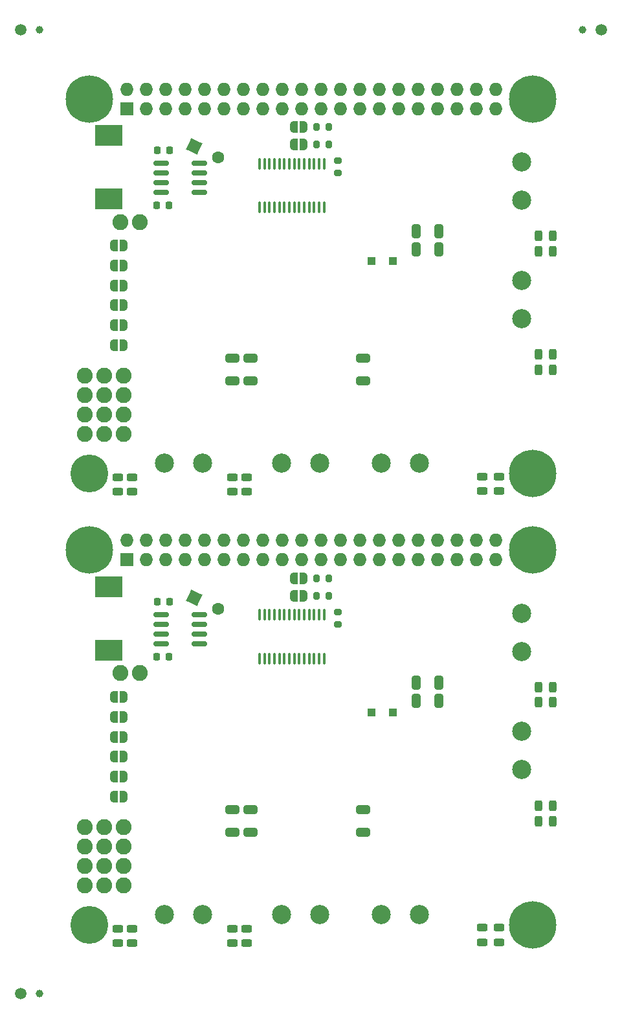
<source format=gbr>
%TF.GenerationSoftware,KiCad,Pcbnew,6.0.11+dfsg-1*%
%TF.CreationDate,2024-04-08T11:49:48+01:00*%
%TF.ProjectId,panel,70616e65-6c2e-46b6-9963-61645f706362,rev?*%
%TF.SameCoordinates,Original*%
%TF.FileFunction,Soldermask,Top*%
%TF.FilePolarity,Negative*%
%FSLAX46Y46*%
G04 Gerber Fmt 4.6, Leading zero omitted, Abs format (unit mm)*
G04 Created by KiCad (PCBNEW 6.0.11+dfsg-1) date 2024-04-08 11:49:48*
%MOMM*%
%LPD*%
G01*
G04 APERTURE LIST*
G04 Aperture macros list*
%AMRoundRect*
0 Rectangle with rounded corners*
0 $1 Rounding radius*
0 $2 $3 $4 $5 $6 $7 $8 $9 X,Y pos of 4 corners*
0 Add a 4 corners polygon primitive as box body*
4,1,4,$2,$3,$4,$5,$6,$7,$8,$9,$2,$3,0*
0 Add four circle primitives for the rounded corners*
1,1,$1+$1,$2,$3*
1,1,$1+$1,$4,$5*
1,1,$1+$1,$6,$7*
1,1,$1+$1,$8,$9*
0 Add four rect primitives between the rounded corners*
20,1,$1+$1,$2,$3,$4,$5,0*
20,1,$1+$1,$4,$5,$6,$7,0*
20,1,$1+$1,$6,$7,$8,$9,0*
20,1,$1+$1,$8,$9,$2,$3,0*%
%AMRotRect*
0 Rectangle, with rotation*
0 The origin of the aperture is its center*
0 $1 length*
0 $2 width*
0 $3 Rotation angle, in degrees counterclockwise*
0 Add horizontal line*
21,1,$1,$2,0,0,$3*%
%AMFreePoly0*
4,1,22,0.500000,-0.750000,0.000000,-0.750000,0.000000,-0.745033,-0.079941,-0.743568,-0.215256,-0.701293,-0.333266,-0.622738,-0.424486,-0.514219,-0.481581,-0.384460,-0.499164,-0.250000,-0.500000,-0.250000,-0.500000,0.250000,-0.499164,0.250000,-0.499963,0.256109,-0.478152,0.396186,-0.417904,0.524511,-0.324060,0.630769,-0.204165,0.706417,-0.067858,0.745374,0.000000,0.744959,0.000000,0.750000,
0.500000,0.750000,0.500000,-0.750000,0.500000,-0.750000,$1*%
%AMFreePoly1*
4,1,20,0.000000,0.744959,0.073905,0.744508,0.209726,0.703889,0.328688,0.626782,0.421226,0.519385,0.479903,0.390333,0.500000,0.250000,0.500000,-0.250000,0.499851,-0.262216,0.476331,-0.402017,0.414519,-0.529596,0.319384,-0.634700,0.198574,-0.708877,0.061801,-0.746166,0.000000,-0.745033,0.000000,-0.750000,-0.500000,-0.750000,-0.500000,0.750000,0.000000,0.750000,0.000000,0.744959,
0.000000,0.744959,$1*%
G04 Aperture macros list end*
%ADD10C,2.500000*%
%ADD11RoundRect,0.243750X0.456250X-0.243750X0.456250X0.243750X-0.456250X0.243750X-0.456250X-0.243750X0*%
%ADD12C,2.082800*%
%ADD13FreePoly0,0.000000*%
%ADD14FreePoly1,0.000000*%
%ADD15C,1.500000*%
%ADD16RoundRect,0.250000X-0.650000X0.325000X-0.650000X-0.325000X0.650000X-0.325000X0.650000X0.325000X0*%
%ADD17RoundRect,0.243750X0.243750X0.456250X-0.243750X0.456250X-0.243750X-0.456250X0.243750X-0.456250X0*%
%ADD18C,6.200000*%
%ADD19R,1.727200X1.727200*%
%ADD20O,1.727200X1.727200*%
%ADD21RoundRect,0.250000X-0.325000X-0.650000X0.325000X-0.650000X0.325000X0.650000X-0.325000X0.650000X0*%
%ADD22C,4.950000*%
%ADD23RoundRect,0.200000X-0.200000X-0.275000X0.200000X-0.275000X0.200000X0.275000X-0.200000X0.275000X0*%
%ADD24C,1.000000*%
%ADD25RoundRect,0.100000X0.100000X-0.637500X0.100000X0.637500X-0.100000X0.637500X-0.100000X-0.637500X0*%
%ADD26RoundRect,0.150000X-0.825000X-0.150000X0.825000X-0.150000X0.825000X0.150000X-0.825000X0.150000X0*%
%ADD27R,1.100000X1.100000*%
%ADD28R,3.600000X2.700000*%
%ADD29RoundRect,0.225000X-0.225000X-0.250000X0.225000X-0.250000X0.225000X0.250000X-0.225000X0.250000X0*%
%ADD30RoundRect,0.200000X0.275000X-0.200000X0.275000X0.200000X-0.275000X0.200000X-0.275000X-0.200000X0*%
%ADD31RotRect,1.600000X1.600000X335.000000*%
%ADD32C,1.600000*%
G04 APERTURE END LIST*
D10*
%TO.C,J7*%
X176050000Y-60200000D03*
X176050000Y-55200000D03*
%TD*%
D11*
%TO.C,D38*%
X173100000Y-141737500D03*
X173100000Y-139862500D03*
%TD*%
D12*
%TO.C,J9*%
X126140000Y-106590000D03*
X123600000Y-106590000D03*
%TD*%
D13*
%TO.C,JP5*%
X122700000Y-61100000D03*
D14*
X124000000Y-61100000D03*
%TD*%
D11*
%TO.C,D29*%
X123200000Y-82837500D03*
X123200000Y-80962500D03*
%TD*%
D15*
%TO.C,REF\u002A\u002A*%
X110500000Y-148500046D03*
%TD*%
D16*
%TO.C,C11*%
X140600000Y-124425000D03*
X140600000Y-127375000D03*
%TD*%
D10*
%TO.C,J5*%
X144625000Y-79150000D03*
X149625000Y-79150000D03*
%TD*%
D17*
%TO.C,D30*%
X180137500Y-66900000D03*
X178262500Y-66900000D03*
%TD*%
D18*
%TO.C,PI2*%
X177500000Y-139500000D03*
%TD*%
%TO.C,PI1*%
X177500000Y-31500000D03*
%TD*%
D19*
%TO.C,J2*%
X124370000Y-32770000D03*
D20*
X124370000Y-30230000D03*
X126910000Y-32770000D03*
X126910000Y-30230000D03*
X129450000Y-32770000D03*
X129450000Y-30230000D03*
X131990000Y-32770000D03*
X131990000Y-30230000D03*
X134530000Y-32770000D03*
X134530000Y-30230000D03*
X137070000Y-32770000D03*
X137070000Y-30230000D03*
X139610000Y-32770000D03*
X139610000Y-30230000D03*
X142150000Y-32770000D03*
X142150000Y-30230000D03*
X144690000Y-32770000D03*
X144690000Y-30230000D03*
X147230000Y-32770000D03*
X147230000Y-30230000D03*
X149770000Y-32770000D03*
X149770000Y-30230000D03*
X152310000Y-32770000D03*
X152310000Y-30230000D03*
X154850000Y-32770000D03*
X154850000Y-30230000D03*
X157390000Y-32770000D03*
X157390000Y-30230000D03*
X159930000Y-32770000D03*
X159930000Y-30230000D03*
X162470000Y-32770000D03*
X162470000Y-30230000D03*
X165010000Y-32770000D03*
X165010000Y-30230000D03*
X167550000Y-32770000D03*
X167550000Y-30230000D03*
X170090000Y-32770000D03*
X170090000Y-30230000D03*
X172630000Y-32770000D03*
X172630000Y-30230000D03*
%TD*%
D13*
%TO.C,JP3*%
X122700000Y-114900000D03*
D14*
X124000000Y-114900000D03*
%TD*%
D16*
%TO.C,C3*%
X138200000Y-65425000D03*
X138200000Y-68375000D03*
%TD*%
D11*
%TO.C,D4*%
X125100000Y-141837500D03*
X125100000Y-139962500D03*
%TD*%
D21*
%TO.C,C15*%
X162225000Y-107800000D03*
X165175000Y-107800000D03*
%TD*%
D19*
%TO.C,J2*%
X124370000Y-91770000D03*
D20*
X124370000Y-89230000D03*
X126910000Y-91770000D03*
X126910000Y-89230000D03*
X129450000Y-91770000D03*
X129450000Y-89230000D03*
X131990000Y-91770000D03*
X131990000Y-89230000D03*
X134530000Y-91770000D03*
X134530000Y-89230000D03*
X137070000Y-91770000D03*
X137070000Y-89230000D03*
X139610000Y-91770000D03*
X139610000Y-89230000D03*
X142150000Y-91770000D03*
X142150000Y-89230000D03*
X144690000Y-91770000D03*
X144690000Y-89230000D03*
X147230000Y-91770000D03*
X147230000Y-89230000D03*
X149770000Y-91770000D03*
X149770000Y-89230000D03*
X152310000Y-91770000D03*
X152310000Y-89230000D03*
X154850000Y-91770000D03*
X154850000Y-89230000D03*
X157390000Y-91770000D03*
X157390000Y-89230000D03*
X159930000Y-91770000D03*
X159930000Y-89230000D03*
X162470000Y-91770000D03*
X162470000Y-89230000D03*
X165010000Y-91770000D03*
X165010000Y-89230000D03*
X167550000Y-91770000D03*
X167550000Y-89230000D03*
X170090000Y-91770000D03*
X170090000Y-89230000D03*
X172630000Y-91770000D03*
X172630000Y-89230000D03*
%TD*%
D17*
%TO.C,D20*%
X180137500Y-49400000D03*
X178262500Y-49400000D03*
%TD*%
D13*
%TO.C,JP4*%
X122700000Y-117500000D03*
D14*
X124000000Y-117500000D03*
%TD*%
D22*
%TO.C,PI4*%
X119500000Y-80500000D03*
%TD*%
D23*
%TO.C,R40*%
X149175000Y-35200000D03*
X150825000Y-35200000D03*
%TD*%
D18*
%TO.C,PI2*%
X177500000Y-80500000D03*
%TD*%
D11*
%TO.C,D1*%
X170900000Y-82737500D03*
X170900000Y-80862500D03*
%TD*%
D24*
%TO.C,REF\u002A\u002A*%
X184000000Y-22500000D03*
%TD*%
D21*
%TO.C,C15*%
X162225000Y-48800000D03*
X165175000Y-48800000D03*
%TD*%
D17*
%TO.C,D20*%
X180137500Y-108400000D03*
X178262500Y-108400000D03*
%TD*%
D13*
%TO.C,JP8*%
X146250000Y-35200000D03*
D14*
X147550000Y-35200000D03*
%TD*%
D10*
%TO.C,J8*%
X176050000Y-44750000D03*
X176050000Y-39750000D03*
%TD*%
D25*
%TO.C,U2*%
X141750000Y-45687500D03*
X142400000Y-45687500D03*
X143050000Y-45687500D03*
X143700000Y-45687500D03*
X144350000Y-45687500D03*
X145000000Y-45687500D03*
X145650000Y-45687500D03*
X146300000Y-45687500D03*
X146950000Y-45687500D03*
X147600000Y-45687500D03*
X148250000Y-45687500D03*
X148900000Y-45687500D03*
X149550000Y-45687500D03*
X150200000Y-45687500D03*
X150200000Y-39962500D03*
X149550000Y-39962500D03*
X148900000Y-39962500D03*
X148250000Y-39962500D03*
X147600000Y-39962500D03*
X146950000Y-39962500D03*
X146300000Y-39962500D03*
X145650000Y-39962500D03*
X145000000Y-39962500D03*
X144350000Y-39962500D03*
X143700000Y-39962500D03*
X143050000Y-39962500D03*
X142400000Y-39962500D03*
X141750000Y-39962500D03*
%TD*%
D18*
%TO.C,PI3*%
X119500000Y-90500000D03*
%TD*%
D12*
%TO.C,J6*%
X124020000Y-134290000D03*
X121480000Y-134290000D03*
X124020000Y-131750000D03*
X121480000Y-131750000D03*
X124020000Y-129210000D03*
X121480000Y-129210000D03*
X124020000Y-126670000D03*
X121480000Y-126670000D03*
%TD*%
D10*
%TO.C,J4*%
X129300000Y-138150000D03*
X134300000Y-138150000D03*
%TD*%
D13*
%TO.C,JP4*%
X122700000Y-58500000D03*
D14*
X124000000Y-58500000D03*
%TD*%
D23*
%TO.C,R40*%
X149175000Y-94200000D03*
X150825000Y-94200000D03*
%TD*%
D11*
%TO.C,D19*%
X140100000Y-82837500D03*
X140100000Y-80962500D03*
%TD*%
D12*
%TO.C,J9*%
X126140000Y-47590000D03*
X123600000Y-47590000D03*
%TD*%
D26*
%TO.C,U1*%
X128925000Y-98895000D03*
X128925000Y-100165000D03*
X128925000Y-101435000D03*
X128925000Y-102705000D03*
X133875000Y-102705000D03*
X133875000Y-101435000D03*
X133875000Y-100165000D03*
X133875000Y-98895000D03*
%TD*%
D25*
%TO.C,U2*%
X141750000Y-104687500D03*
X142400000Y-104687500D03*
X143050000Y-104687500D03*
X143700000Y-104687500D03*
X144350000Y-104687500D03*
X145000000Y-104687500D03*
X145650000Y-104687500D03*
X146300000Y-104687500D03*
X146950000Y-104687500D03*
X147600000Y-104687500D03*
X148250000Y-104687500D03*
X148900000Y-104687500D03*
X149550000Y-104687500D03*
X150200000Y-104687500D03*
X150200000Y-98962500D03*
X149550000Y-98962500D03*
X148900000Y-98962500D03*
X148250000Y-98962500D03*
X147600000Y-98962500D03*
X146950000Y-98962500D03*
X146300000Y-98962500D03*
X145650000Y-98962500D03*
X145000000Y-98962500D03*
X144350000Y-98962500D03*
X143700000Y-98962500D03*
X143050000Y-98962500D03*
X142400000Y-98962500D03*
X141750000Y-98962500D03*
%TD*%
D10*
%TO.C,J7*%
X176050000Y-119200000D03*
X176050000Y-114200000D03*
%TD*%
D17*
%TO.C,D30*%
X180137500Y-125900000D03*
X178262500Y-125900000D03*
%TD*%
%TO.C,D5*%
X180137500Y-123900000D03*
X178262500Y-123900000D03*
%TD*%
D13*
%TO.C,JP6*%
X122700000Y-63700000D03*
D14*
X124000000Y-63700000D03*
%TD*%
D27*
%TO.C,D15*%
X156400000Y-52700000D03*
X159200000Y-52700000D03*
%TD*%
D13*
%TO.C,JP8*%
X146250000Y-94200000D03*
D14*
X147550000Y-94200000D03*
%TD*%
D10*
%TO.C,J3*%
X157700000Y-79150000D03*
X162700000Y-79150000D03*
%TD*%
D13*
%TO.C,JP5*%
X122700000Y-120100000D03*
D14*
X124000000Y-120100000D03*
%TD*%
D16*
%TO.C,C1*%
X155300000Y-124425000D03*
X155300000Y-127375000D03*
%TD*%
D28*
%TO.C,L1*%
X122000000Y-44550000D03*
X122000000Y-36250000D03*
%TD*%
D13*
%TO.C,JP1*%
X122700000Y-50700000D03*
D14*
X124000000Y-50700000D03*
%TD*%
D15*
%TO.C,REF\u002A\u002A*%
X186500000Y-22500000D03*
%TD*%
D24*
%TO.C,REF\u002A\u002A*%
X113000000Y-22500000D03*
%TD*%
D13*
%TO.C,JP7*%
X146250000Y-96500000D03*
D14*
X147550000Y-96500000D03*
%TD*%
D13*
%TO.C,JP7*%
X146250000Y-37500000D03*
D14*
X147550000Y-37500000D03*
%TD*%
D13*
%TO.C,JP2*%
X122700000Y-112300000D03*
D14*
X124000000Y-112300000D03*
%TD*%
D17*
%TO.C,D37*%
X180137500Y-51400000D03*
X178262500Y-51400000D03*
%TD*%
D29*
%TO.C,C9*%
X128325000Y-104400000D03*
X129875000Y-104400000D03*
%TD*%
D11*
%TO.C,D31*%
X138200000Y-141837500D03*
X138200000Y-139962500D03*
%TD*%
D17*
%TO.C,D37*%
X180137500Y-110400000D03*
X178262500Y-110400000D03*
%TD*%
D11*
%TO.C,D31*%
X138200000Y-82837500D03*
X138200000Y-80962500D03*
%TD*%
D21*
%TO.C,C16*%
X162225000Y-51200000D03*
X165175000Y-51200000D03*
%TD*%
D10*
%TO.C,J3*%
X157700000Y-138150000D03*
X162700000Y-138150000D03*
%TD*%
D11*
%TO.C,D38*%
X173100000Y-82737500D03*
X173100000Y-80862500D03*
%TD*%
D16*
%TO.C,C11*%
X140600000Y-65425000D03*
X140600000Y-68375000D03*
%TD*%
D18*
%TO.C,PI3*%
X119500000Y-31500000D03*
%TD*%
D23*
%TO.C,R39*%
X149175000Y-96500000D03*
X150825000Y-96500000D03*
%TD*%
D22*
%TO.C,PI4*%
X119500000Y-139500000D03*
%TD*%
D10*
%TO.C,J4*%
X129300000Y-79150000D03*
X134300000Y-79150000D03*
%TD*%
D17*
%TO.C,D5*%
X180137500Y-64900000D03*
X178262500Y-64900000D03*
%TD*%
D16*
%TO.C,C1*%
X155300000Y-65425000D03*
X155300000Y-68375000D03*
%TD*%
D30*
%TO.C,R28*%
X152000000Y-41225000D03*
X152000000Y-39575000D03*
%TD*%
D11*
%TO.C,D29*%
X123200000Y-141837500D03*
X123200000Y-139962500D03*
%TD*%
D13*
%TO.C,JP1*%
X122700000Y-109700000D03*
D14*
X124000000Y-109700000D03*
%TD*%
D30*
%TO.C,R28*%
X152000000Y-100225000D03*
X152000000Y-98575000D03*
%TD*%
D24*
%TO.C,REF\u002A\u002A*%
X113000000Y-148500046D03*
%TD*%
D29*
%TO.C,C9*%
X128325000Y-45400000D03*
X129875000Y-45400000D03*
%TD*%
%TO.C,C6*%
X128425000Y-38200000D03*
X129975000Y-38200000D03*
%TD*%
D21*
%TO.C,C16*%
X162225000Y-110200000D03*
X165175000Y-110200000D03*
%TD*%
D23*
%TO.C,R39*%
X149175000Y-37500000D03*
X150825000Y-37500000D03*
%TD*%
D28*
%TO.C,L1*%
X122000000Y-103550000D03*
X122000000Y-95250000D03*
%TD*%
D12*
%TO.C,J6*%
X124020000Y-75290000D03*
X121480000Y-75290000D03*
X124020000Y-72750000D03*
X121480000Y-72750000D03*
X124020000Y-70210000D03*
X121480000Y-70210000D03*
X124020000Y-67670000D03*
X121480000Y-67670000D03*
%TD*%
D10*
%TO.C,J5*%
X144625000Y-138150000D03*
X149625000Y-138150000D03*
%TD*%
%TO.C,J8*%
X176050000Y-103750000D03*
X176050000Y-98750000D03*
%TD*%
D11*
%TO.C,D19*%
X140100000Y-141837500D03*
X140100000Y-139962500D03*
%TD*%
D12*
%TO.C,J1*%
X118920000Y-126670000D03*
X118920000Y-129210000D03*
X118920000Y-131750000D03*
X118920000Y-134290000D03*
%TD*%
D11*
%TO.C,D1*%
X170900000Y-141737500D03*
X170900000Y-139862500D03*
%TD*%
D29*
%TO.C,C6*%
X128425000Y-97200000D03*
X129975000Y-97200000D03*
%TD*%
D18*
%TO.C,PI1*%
X177500000Y-90500000D03*
%TD*%
D13*
%TO.C,JP3*%
X122700000Y-55900000D03*
D14*
X124000000Y-55900000D03*
%TD*%
D16*
%TO.C,C3*%
X138200000Y-124425000D03*
X138200000Y-127375000D03*
%TD*%
D12*
%TO.C,J1*%
X118920000Y-67670000D03*
X118920000Y-70210000D03*
X118920000Y-72750000D03*
X118920000Y-75290000D03*
%TD*%
D15*
%TO.C,REF\u002A\u002A*%
X110500000Y-22500000D03*
%TD*%
D11*
%TO.C,D4*%
X125100000Y-82837500D03*
X125100000Y-80962500D03*
%TD*%
D13*
%TO.C,JP6*%
X122700000Y-122700000D03*
D14*
X124000000Y-122700000D03*
%TD*%
D26*
%TO.C,U1*%
X128925000Y-39895000D03*
X128925000Y-41165000D03*
X128925000Y-42435000D03*
X128925000Y-43705000D03*
X133875000Y-43705000D03*
X133875000Y-42435000D03*
X133875000Y-41165000D03*
X133875000Y-39895000D03*
%TD*%
D13*
%TO.C,JP2*%
X122700000Y-53300000D03*
D14*
X124000000Y-53300000D03*
%TD*%
D27*
%TO.C,D15*%
X156400000Y-111700000D03*
X159200000Y-111700000D03*
%TD*%
D31*
%TO.C,C8*%
X133200000Y-37700000D03*
D32*
X136372077Y-39179164D03*
%TD*%
D31*
%TO.C,C8*%
X133200000Y-96700000D03*
D32*
X136372077Y-98179164D03*
%TD*%
M02*

</source>
